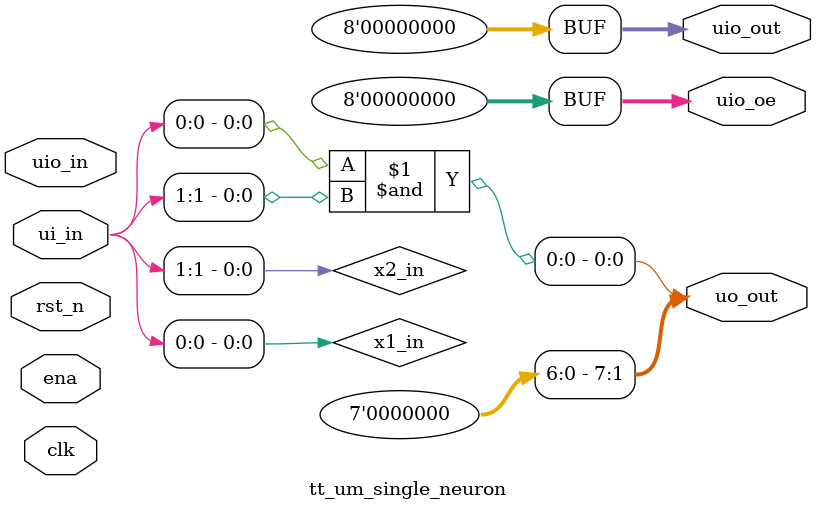
<source format=v>

module tt_um_single_neuron (
    input  wire [7:0] ui_in,    // Dedicated inputs - use first two for X1, X2
    output wire [7:0] uo_out,   // Dedicated outputs - use first for Y
    input  wire [7:0] uio_in,   // Bidirectional inputs - unused for this example
    output wire [7:0] uio_out,  // Bidirectional outputs - unused for this example
    output wire [7:0] uio_oe,   // Bidirectional output enable - unused for this example
    input  wire       ena,      // Enable signal (usually always high for combinational logic)
    input  wire       clk,      // Clock (unused for combinational logic)
    input  wire       rst_n     // Asynchronous reset active low (unused for combinational logic)
);

    // Internal wires for clarity
    wire x1_in; // Corresponds to ui_in[0]
    wire x2_in; // Corresponds to ui_in[1]

    // Assign inputs from the dedicated input bus
    assign x1_in = ui_in[0];
    assign x2_in = ui_in[1];

    // Weights and Bias (implicitly fixed for this simple combinational logic)
    // W1 = 1, W2 = 1, Bias = -1
    // For binary inputs, multiplication is just the input value.
    // Sum = X1 + X2 - 1

    // Calculate the weighted sum
    // For binary inputs, X1 * 1 is just X1.
    // The sum can be 0+0-1 = -1
    //                  0+1-1 = 0
    //                  1+0-1 = 0
    //                  1+1-1 = 1
    // We are looking for a sum >= 1 for output '1'.
    // This maps directly to (X1 && X2)
    wire [1:0] sum; // Need 2 bits to store values from -1 to 1 (using 2's complement for negative)

    // A purely combinational approach for AND gate
    assign uo_out[0] = x1_in & x2_in; // This is the simplest way to implement the AND logic

    // Tie unused outputs to 0
    assign uo_out[7:1] = 8'b0;
    assign uio_out = 8'b0;
    assign uio_oe  = 8'b0; // Disable bidirectional outputs

endmodule

</source>
